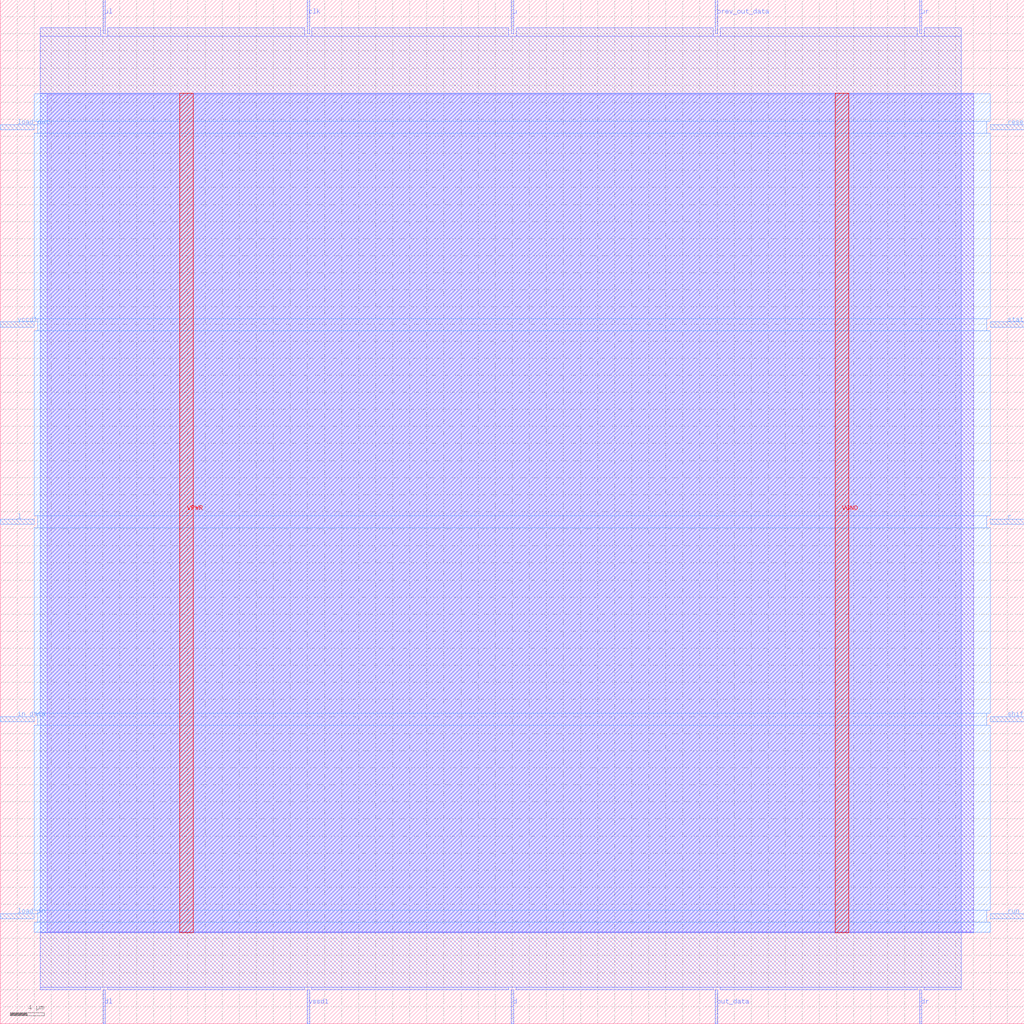
<source format=lef>
VERSION 5.7 ;
  NOWIREEXTENSIONATPIN ON ;
  DIVIDERCHAR "/" ;
  BUSBITCHARS "[]" ;
MACRO life_cell
  CLASS BLOCK ;
  FOREIGN life_cell ;
  ORIGIN 0.000 0.000 ;
  SIZE 120.000 BY 120.000 ;
  PIN VGND
    DIRECTION INOUT ;
    USE GROUND ;
    PORT
      LAYER met4 ;
        RECT 97.840 10.640 99.440 109.040 ;
    END
  END VGND
  PIN VPWR
    DIRECTION INOUT ;
    USE POWER ;
    PORT
      LAYER met4 ;
        RECT 21.040 10.640 22.640 109.040 ;
    END
  END VPWR
  PIN clk
    DIRECTION INPUT ;
    USE SIGNAL ;
    ANTENNAGATEAREA 0.852000 ;
    PORT
      LAYER met2 ;
        RECT 35.970 116.000 36.250 120.000 ;
    END
  END clk
  PIN d
    DIRECTION INPUT ;
    USE SIGNAL ;
    ANTENNAGATEAREA 0.196500 ;
    PORT
      LAYER met2 ;
        RECT 59.890 0.000 60.170 4.000 ;
    END
  END d
  PIN dl
    DIRECTION INPUT ;
    USE SIGNAL ;
    ANTENNAGATEAREA 0.196500 ;
    PORT
      LAYER met2 ;
        RECT 12.050 0.000 12.330 4.000 ;
    END
  END dl
  PIN dr
    DIRECTION INPUT ;
    USE SIGNAL ;
    ANTENNAGATEAREA 0.196500 ;
    PORT
      LAYER met2 ;
        RECT 107.730 0.000 108.010 4.000 ;
    END
  END dr
  PIN in_data
    DIRECTION INPUT ;
    USE SIGNAL ;
    ANTENNAGATEAREA 0.196500 ;
    PORT
      LAYER met3 ;
        RECT 0.000 35.400 4.000 36.000 ;
    END
  END in_data
  PIN l
    DIRECTION INPUT ;
    USE SIGNAL ;
    ANTENNAGATEAREA 0.196500 ;
    PORT
      LAYER met3 ;
        RECT 0.000 58.520 4.000 59.120 ;
    END
  END l
  PIN load_in
    DIRECTION INPUT ;
    USE SIGNAL ;
    ANTENNAGATEAREA 0.196500 ;
    PORT
      LAYER met3 ;
        RECT 0.000 12.280 4.000 12.880 ;
    END
  END load_in
  PIN load_out
    DIRECTION INPUT ;
    USE SIGNAL ;
    ANTENNAGATEAREA 0.196500 ;
    PORT
      LAYER met3 ;
        RECT 0.000 104.760 4.000 105.360 ;
    END
  END load_out
  PIN out_data
    DIRECTION OUTPUT TRISTATE ;
    USE SIGNAL ;
    ANTENNADIFFAREA 0.445500 ;
    PORT
      LAYER met2 ;
        RECT 83.810 0.000 84.090 4.000 ;
    END
  END out_data
  PIN prev_out_data
    DIRECTION INPUT ;
    USE SIGNAL ;
    ANTENNAGATEAREA 0.196500 ;
    PORT
      LAYER met2 ;
        RECT 83.810 116.000 84.090 120.000 ;
    END
  END prev_out_data
  PIN r
    DIRECTION INPUT ;
    USE SIGNAL ;
    ANTENNAGATEAREA 0.196500 ;
    PORT
      LAYER met3 ;
        RECT 116.000 58.520 120.000 59.120 ;
    END
  END r
  PIN reset
    DIRECTION INPUT ;
    USE SIGNAL ;
    ANTENNAGATEAREA 0.196500 ;
    PORT
      LAYER met3 ;
        RECT 116.000 104.760 120.000 105.360 ;
    END
  END reset
  PIN run
    DIRECTION INPUT ;
    USE SIGNAL ;
    ANTENNAGATEAREA 0.196500 ;
    PORT
      LAYER met3 ;
        RECT 116.000 12.280 120.000 12.880 ;
    END
  END run
  PIN shift
    DIRECTION INPUT ;
    USE SIGNAL ;
    ANTENNAGATEAREA 0.196500 ;
    PORT
      LAYER met3 ;
        RECT 116.000 35.400 120.000 36.000 ;
    END
  END shift
  PIN state
    DIRECTION OUTPUT TRISTATE ;
    USE SIGNAL ;
    ANTENNADIFFAREA 0.445500 ;
    PORT
      LAYER met3 ;
        RECT 116.000 81.640 120.000 82.240 ;
    END
  END state
  PIN u
    DIRECTION INPUT ;
    USE SIGNAL ;
    ANTENNAGATEAREA 0.196500 ;
    PORT
      LAYER met2 ;
        RECT 59.890 116.000 60.170 120.000 ;
    END
  END u
  PIN ul
    DIRECTION INPUT ;
    USE SIGNAL ;
    ANTENNAGATEAREA 0.196500 ;
    PORT
      LAYER met2 ;
        RECT 12.050 116.000 12.330 120.000 ;
    END
  END ul
  PIN ur
    DIRECTION INPUT ;
    USE SIGNAL ;
    ANTENNAGATEAREA 0.196500 ;
    PORT
      LAYER met2 ;
        RECT 107.730 116.000 108.010 120.000 ;
    END
  END ur
  PIN vccd1
    DIRECTION INOUT ;
    USE SIGNAL ;
    PORT
      LAYER met3 ;
        RECT 0.000 81.640 4.000 82.240 ;
    END
  END vccd1
  PIN vssd1
    DIRECTION INOUT ;
    USE SIGNAL ;
    PORT
      LAYER met2 ;
        RECT 35.970 0.000 36.250 4.000 ;
    END
  END vssd1
  OBS
      LAYER li1 ;
        RECT 5.520 10.795 114.080 108.885 ;
      LAYER met1 ;
        RECT 4.670 10.640 114.080 109.040 ;
      LAYER met2 ;
        RECT 4.690 115.720 11.770 116.690 ;
        RECT 12.610 115.720 35.690 116.690 ;
        RECT 36.530 115.720 59.610 116.690 ;
        RECT 60.450 115.720 83.530 116.690 ;
        RECT 84.370 115.720 107.450 116.690 ;
        RECT 108.290 115.720 112.610 116.690 ;
        RECT 4.690 4.280 112.610 115.720 ;
        RECT 4.690 4.000 11.770 4.280 ;
        RECT 12.610 4.000 35.690 4.280 ;
        RECT 36.530 4.000 59.610 4.280 ;
        RECT 60.450 4.000 83.530 4.280 ;
        RECT 84.370 4.000 107.450 4.280 ;
        RECT 108.290 4.000 112.610 4.280 ;
      LAYER met3 ;
        RECT 4.000 105.760 116.000 108.965 ;
        RECT 4.400 104.360 115.600 105.760 ;
        RECT 4.000 82.640 116.000 104.360 ;
        RECT 4.400 81.240 115.600 82.640 ;
        RECT 4.000 59.520 116.000 81.240 ;
        RECT 4.400 58.120 115.600 59.520 ;
        RECT 4.000 36.400 116.000 58.120 ;
        RECT 4.400 35.000 115.600 36.400 ;
        RECT 4.000 13.280 116.000 35.000 ;
        RECT 4.400 11.880 115.600 13.280 ;
        RECT 4.000 10.715 116.000 11.880 ;
  END
END life_cell
END LIBRARY


</source>
